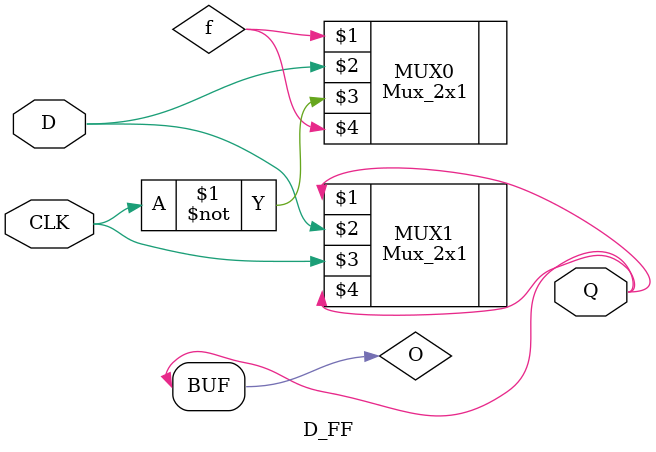
<source format=v>
`timescale 1ns / 1ps

// Author : Venu Pabbuleti 
// ID     : N180116
//Branch  : ECE
//Project : RTL design using Verilog
//Design  : D FF By 2x1 Mux
//Module  : D_FF
//RGUKT NUZVID 
//////////////////////////////////////////////////////////////////////////////////


module D_FF(D,CLK,Q);
input D,CLK;
output Q;

wire f,O;

Mux_2x1 MUX0(f,D,~CLK,f);
Mux_2x1 MUX1(Q,D,CLK,O);
assign Q=O;
endmodule
</source>
